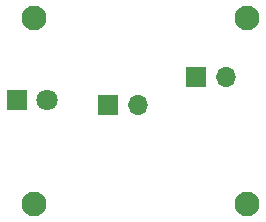
<source format=gbr>
%TF.GenerationSoftware,KiCad,Pcbnew,(6.0.2)*%
%TF.CreationDate,2022-05-16T06:01:07+03:00*%
%TF.ProjectId,FLIM_detector,464c494d-5f64-4657-9465-63746f722e6b,rev?*%
%TF.SameCoordinates,Original*%
%TF.FileFunction,Soldermask,Bot*%
%TF.FilePolarity,Negative*%
%FSLAX46Y46*%
G04 Gerber Fmt 4.6, Leading zero omitted, Abs format (unit mm)*
G04 Created by KiCad (PCBNEW (6.0.2)) date 2022-05-16 06:01:07*
%MOMM*%
%LPD*%
G01*
G04 APERTURE LIST*
%ADD10C,2.100000*%
%ADD11R,1.700000X1.700000*%
%ADD12O,1.700000X1.700000*%
%ADD13R,1.800000X1.800000*%
%ADD14C,1.800000*%
G04 APERTURE END LIST*
D10*
%TO.C,REF\u002A\u002A*%
X248200000Y-37800000D03*
%TD*%
D11*
%TO.C,J1*%
X261875000Y-42800000D03*
D12*
X264415000Y-42800000D03*
%TD*%
D10*
%TO.C,REF\u002A\u002A*%
X266200000Y-53600000D03*
%TD*%
%TO.C,REF\u002A\u002A*%
X248200000Y-53600000D03*
%TD*%
%TO.C,REF\u002A\u002A*%
X266200000Y-37800000D03*
%TD*%
D13*
%TO.C,D2*%
X246725000Y-44800000D03*
D14*
X249265000Y-44800000D03*
%TD*%
D11*
%TO.C,J2*%
X254400000Y-45200000D03*
D12*
X256940000Y-45200000D03*
%TD*%
M02*

</source>
